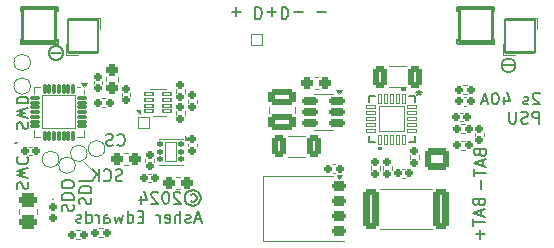
<source format=gbo>
G04 #@! TF.GenerationSoftware,KiCad,Pcbnew,8.0.7-8.0.7-0~ubuntu24.04.1*
G04 #@! TF.CreationDate,2024-12-30T22:48:23-07:00*
G04 #@! TF.ProjectId,2s 40A PSU and charger,32732034-3041-4205-9053-5520616e6420,V1*
G04 #@! TF.SameCoordinates,Original*
G04 #@! TF.FileFunction,Legend,Bot*
G04 #@! TF.FilePolarity,Positive*
%FSLAX46Y46*%
G04 Gerber Fmt 4.6, Leading zero omitted, Abs format (unit mm)*
G04 Created by KiCad (PCBNEW 8.0.7-8.0.7-0~ubuntu24.04.1) date 2024-12-30 22:48:23*
%MOMM*%
%LPD*%
G01*
G04 APERTURE LIST*
G04 Aperture macros list*
%AMRoundRect*
0 Rectangle with rounded corners*
0 $1 Rounding radius*
0 $2 $3 $4 $5 $6 $7 $8 $9 X,Y pos of 4 corners*
0 Add a 4 corners polygon primitive as box body*
4,1,4,$2,$3,$4,$5,$6,$7,$8,$9,$2,$3,0*
0 Add four circle primitives for the rounded corners*
1,1,$1+$1,$2,$3*
1,1,$1+$1,$4,$5*
1,1,$1+$1,$6,$7*
1,1,$1+$1,$8,$9*
0 Add four rect primitives between the rounded corners*
20,1,$1+$1,$2,$3,$4,$5,0*
20,1,$1+$1,$4,$5,$6,$7,0*
20,1,$1+$1,$6,$7,$8,$9,0*
20,1,$1+$1,$8,$9,$2,$3,0*%
%AMFreePoly0*
4,1,21,2.385355,3.535355,2.400000,3.500000,2.400000,2.000000,2.385355,1.964645,2.350000,1.950000,2.150000,1.950000,2.150000,-1.100000,2.135355,-1.135355,2.100000,-1.150000,-2.100000,-1.150000,-2.135355,-1.135355,-2.150000,-1.100000,-2.150000,1.950000,-2.350000,1.950000,-2.385355,1.964645,-2.400000,2.000000,-2.400000,3.500000,-2.385355,3.535355,-2.350000,3.550000,2.350000,3.550000,
2.385355,3.535355,2.385355,3.535355,$1*%
G04 Aperture macros list end*
%ADD10C,0.120000*%
%ADD11C,0.150000*%
%ADD12C,0.127000*%
%ADD13C,0.152400*%
%ADD14C,0.000000*%
%ADD15C,0.100000*%
%ADD16RoundRect,0.270409X-0.392091X-1.454591X0.392091X-1.454591X0.392091X1.454591X-0.392091X1.454591X0*%
%ADD17RoundRect,0.264706X0.760294X-0.635294X0.760294X0.635294X-0.760294X0.635294X-0.760294X-0.635294X0*%
%ADD18O,2.050000X1.800000*%
%ADD19RoundRect,0.050000X0.500000X-0.500000X0.500000X0.500000X-0.500000X0.500000X-0.500000X-0.500000X0*%
%ADD20O,1.100000X1.100000*%
%ADD21RoundRect,0.050000X-0.500000X-0.500000X0.500000X-0.500000X0.500000X0.500000X-0.500000X0.500000X0*%
%ADD22C,0.800000*%
%ADD23C,4.500000*%
%ADD24C,0.700000*%
%ADD25C,0.850020*%
%ADD26O,2.050020X0.800020*%
%ADD27RoundRect,0.165000X-0.195000X0.165000X-0.195000X-0.165000X0.195000X-0.165000X0.195000X0.165000X0*%
%ADD28RoundRect,0.160000X0.160000X0.210000X-0.160000X0.210000X-0.160000X-0.210000X0.160000X-0.210000X0*%
%ADD29RoundRect,0.118750X0.118750X0.131250X-0.118750X0.131250X-0.118750X-0.131250X0.118750X-0.131250X0*%
%ADD30RoundRect,0.050000X0.500000X0.800000X-0.500000X0.800000X-0.500000X-0.800000X0.500000X-0.800000X0*%
%ADD31RoundRect,0.160000X0.210000X-0.160000X0.210000X0.160000X-0.210000X0.160000X-0.210000X-0.160000X0*%
%ADD32RoundRect,0.165000X-0.165000X-0.195000X0.165000X-0.195000X0.165000X0.195000X-0.165000X0.195000X0*%
%ADD33RoundRect,0.271739X-0.353261X-0.678261X0.353261X-0.678261X0.353261X0.678261X-0.353261X0.678261X0*%
%ADD34RoundRect,0.250000X0.250000X0.275000X-0.250000X0.275000X-0.250000X-0.275000X0.250000X-0.275000X0*%
%ADD35C,1.100000*%
%ADD36RoundRect,0.250000X-0.250000X-0.275000X0.250000X-0.275000X0.250000X0.275000X-0.250000X0.275000X0*%
%ADD37RoundRect,0.066667X-0.318333X-0.133333X0.318333X-0.133333X0.318333X0.133333X-0.318333X0.133333X0*%
%ADD38RoundRect,0.165000X0.195000X-0.165000X0.195000X0.165000X-0.195000X0.165000X-0.195000X-0.165000X0*%
%ADD39RoundRect,0.270000X-0.880000X0.405000X-0.880000X-0.405000X0.880000X-0.405000X0.880000X0.405000X0*%
%ADD40RoundRect,0.160000X-0.210000X0.160000X-0.210000X-0.160000X0.210000X-0.160000X0.210000X0.160000X0*%
%ADD41RoundRect,0.165000X0.165000X0.195000X-0.165000X0.195000X-0.165000X-0.195000X0.165000X-0.195000X0*%
%ADD42RoundRect,0.160000X-0.160000X-0.210000X0.160000X-0.210000X0.160000X0.210000X-0.160000X0.210000X0*%
%ADD43RoundRect,0.100000X1.250000X1.400000X-1.250000X1.400000X-1.250000X-1.400000X1.250000X-1.400000X0*%
%ADD44RoundRect,0.200000X0.425000X-0.200000X0.425000X0.200000X-0.425000X0.200000X-0.425000X-0.200000X0*%
%ADD45FreePoly0,90.000000*%
%ADD46RoundRect,0.102000X-1.400000X-1.400000X1.400000X-1.400000X1.400000X1.400000X-1.400000X1.400000X0*%
%ADD47RoundRect,0.050000X0.406400X-0.127000X0.406400X0.127000X-0.406400X0.127000X-0.406400X-0.127000X0*%
%ADD48RoundRect,0.050000X0.127000X0.406400X-0.127000X0.406400X-0.127000X-0.406400X0.127000X-0.406400X0*%
%ADD49RoundRect,0.050000X1.079500X1.079500X-1.079500X1.079500X-1.079500X-1.079500X1.079500X-1.079500X0*%
%ADD50RoundRect,0.075000X0.362500X0.075000X-0.362500X0.075000X-0.362500X-0.075000X0.362500X-0.075000X0*%
%ADD51RoundRect,0.075000X0.075000X0.362500X-0.075000X0.362500X-0.075000X-0.362500X0.075000X-0.362500X0*%
%ADD52RoundRect,0.050000X1.400000X1.400000X-1.400000X1.400000X-1.400000X-1.400000X1.400000X-1.400000X0*%
%ADD53RoundRect,0.274390X0.475610X-0.288110X0.475610X0.288110X-0.475610X0.288110X-0.475610X-0.288110X0*%
%ADD54RoundRect,0.175000X0.537500X0.175000X-0.537500X0.175000X-0.537500X-0.175000X0.537500X-0.175000X0*%
%ADD55RoundRect,0.172500X-0.197500X0.172500X-0.197500X-0.172500X0.197500X-0.172500X0.197500X0.172500X0*%
%ADD56RoundRect,0.250000X-0.275000X0.250000X-0.275000X-0.250000X0.275000X-0.250000X0.275000X0.250000X0*%
G04 APERTURE END LIST*
D10*
X114500000Y-125700000D02*
X114000000Y-125200000D01*
D11*
X147446009Y-128670112D02*
X147493628Y-128812969D01*
X147493628Y-128812969D02*
X147541247Y-128860588D01*
X147541247Y-128860588D02*
X147636485Y-128908207D01*
X147636485Y-128908207D02*
X147779342Y-128908207D01*
X147779342Y-128908207D02*
X147874580Y-128860588D01*
X147874580Y-128860588D02*
X147922200Y-128812969D01*
X147922200Y-128812969D02*
X147969819Y-128717731D01*
X147969819Y-128717731D02*
X147969819Y-128336779D01*
X147969819Y-128336779D02*
X146969819Y-128336779D01*
X146969819Y-128336779D02*
X146969819Y-128670112D01*
X146969819Y-128670112D02*
X147017438Y-128765350D01*
X147017438Y-128765350D02*
X147065057Y-128812969D01*
X147065057Y-128812969D02*
X147160295Y-128860588D01*
X147160295Y-128860588D02*
X147255533Y-128860588D01*
X147255533Y-128860588D02*
X147350771Y-128812969D01*
X147350771Y-128812969D02*
X147398390Y-128765350D01*
X147398390Y-128765350D02*
X147446009Y-128670112D01*
X147446009Y-128670112D02*
X147446009Y-128336779D01*
X147684104Y-129289160D02*
X147684104Y-129765350D01*
X147969819Y-129193922D02*
X146969819Y-129527255D01*
X146969819Y-129527255D02*
X147969819Y-129860588D01*
X146969819Y-130051065D02*
X146969819Y-130622493D01*
X147969819Y-130336779D02*
X146969819Y-130336779D01*
X147588866Y-130955827D02*
X147588866Y-131717732D01*
X147969819Y-131336779D02*
X147207914Y-131336779D01*
X150115601Y-116465771D02*
X149829887Y-116465771D01*
X149829887Y-116465771D02*
X149544173Y-116608628D01*
X149544173Y-116608628D02*
X149401316Y-116894342D01*
X149401316Y-116894342D02*
X149401316Y-117180057D01*
X149401316Y-117180057D02*
X149544173Y-117465771D01*
X149544173Y-117465771D02*
X149829887Y-117608628D01*
X149829887Y-117608628D02*
X150115601Y-117608628D01*
X150115601Y-117608628D02*
X150401316Y-117465771D01*
X150401316Y-117465771D02*
X150544173Y-117180057D01*
X150544173Y-117180057D02*
X150544173Y-116894342D01*
X150544173Y-116894342D02*
X150401316Y-116608628D01*
X150401316Y-116608628D02*
X150115601Y-116465771D01*
X150401316Y-117037200D02*
X149544173Y-117037200D01*
X111815601Y-115415771D02*
X111529887Y-115415771D01*
X111529887Y-115415771D02*
X111244173Y-115558628D01*
X111244173Y-115558628D02*
X111101316Y-115844342D01*
X111101316Y-115844342D02*
X111101316Y-116130057D01*
X111101316Y-116130057D02*
X111244173Y-116415771D01*
X111244173Y-116415771D02*
X111529887Y-116558628D01*
X111529887Y-116558628D02*
X111815601Y-116558628D01*
X111815601Y-116558628D02*
X112101316Y-116415771D01*
X112101316Y-116415771D02*
X112244173Y-116130057D01*
X112244173Y-116130057D02*
X112244173Y-115844342D01*
X112244173Y-115844342D02*
X112101316Y-115558628D01*
X112101316Y-115558628D02*
X111815601Y-115415771D01*
X112101316Y-115987200D02*
X111244173Y-115987200D01*
X152610839Y-119455113D02*
X152563220Y-119407494D01*
X152563220Y-119407494D02*
X152467982Y-119359875D01*
X152467982Y-119359875D02*
X152229887Y-119359875D01*
X152229887Y-119359875D02*
X152134649Y-119407494D01*
X152134649Y-119407494D02*
X152087030Y-119455113D01*
X152087030Y-119455113D02*
X152039411Y-119550351D01*
X152039411Y-119550351D02*
X152039411Y-119645589D01*
X152039411Y-119645589D02*
X152087030Y-119788446D01*
X152087030Y-119788446D02*
X152658458Y-120359875D01*
X152658458Y-120359875D02*
X152039411Y-120359875D01*
X151658458Y-120312256D02*
X151563220Y-120359875D01*
X151563220Y-120359875D02*
X151372744Y-120359875D01*
X151372744Y-120359875D02*
X151277506Y-120312256D01*
X151277506Y-120312256D02*
X151229887Y-120217017D01*
X151229887Y-120217017D02*
X151229887Y-120169398D01*
X151229887Y-120169398D02*
X151277506Y-120074160D01*
X151277506Y-120074160D02*
X151372744Y-120026541D01*
X151372744Y-120026541D02*
X151515601Y-120026541D01*
X151515601Y-120026541D02*
X151610839Y-119978922D01*
X151610839Y-119978922D02*
X151658458Y-119883684D01*
X151658458Y-119883684D02*
X151658458Y-119836065D01*
X151658458Y-119836065D02*
X151610839Y-119740827D01*
X151610839Y-119740827D02*
X151515601Y-119693208D01*
X151515601Y-119693208D02*
X151372744Y-119693208D01*
X151372744Y-119693208D02*
X151277506Y-119740827D01*
X149610839Y-119693208D02*
X149610839Y-120359875D01*
X149848934Y-119312256D02*
X150087029Y-120026541D01*
X150087029Y-120026541D02*
X149467982Y-120026541D01*
X148896553Y-119359875D02*
X148801315Y-119359875D01*
X148801315Y-119359875D02*
X148706077Y-119407494D01*
X148706077Y-119407494D02*
X148658458Y-119455113D01*
X148658458Y-119455113D02*
X148610839Y-119550351D01*
X148610839Y-119550351D02*
X148563220Y-119740827D01*
X148563220Y-119740827D02*
X148563220Y-119978922D01*
X148563220Y-119978922D02*
X148610839Y-120169398D01*
X148610839Y-120169398D02*
X148658458Y-120264636D01*
X148658458Y-120264636D02*
X148706077Y-120312256D01*
X148706077Y-120312256D02*
X148801315Y-120359875D01*
X148801315Y-120359875D02*
X148896553Y-120359875D01*
X148896553Y-120359875D02*
X148991791Y-120312256D01*
X148991791Y-120312256D02*
X149039410Y-120264636D01*
X149039410Y-120264636D02*
X149087029Y-120169398D01*
X149087029Y-120169398D02*
X149134648Y-119978922D01*
X149134648Y-119978922D02*
X149134648Y-119740827D01*
X149134648Y-119740827D02*
X149087029Y-119550351D01*
X149087029Y-119550351D02*
X149039410Y-119455113D01*
X149039410Y-119455113D02*
X148991791Y-119407494D01*
X148991791Y-119407494D02*
X148896553Y-119359875D01*
X148182267Y-120074160D02*
X147706077Y-120074160D01*
X148277505Y-120359875D02*
X147944172Y-119359875D01*
X147944172Y-119359875D02*
X147610839Y-120359875D01*
X152563220Y-121969819D02*
X152563220Y-120969819D01*
X152563220Y-120969819D02*
X152182268Y-120969819D01*
X152182268Y-120969819D02*
X152087030Y-121017438D01*
X152087030Y-121017438D02*
X152039411Y-121065057D01*
X152039411Y-121065057D02*
X151991792Y-121160295D01*
X151991792Y-121160295D02*
X151991792Y-121303152D01*
X151991792Y-121303152D02*
X152039411Y-121398390D01*
X152039411Y-121398390D02*
X152087030Y-121446009D01*
X152087030Y-121446009D02*
X152182268Y-121493628D01*
X152182268Y-121493628D02*
X152563220Y-121493628D01*
X151610839Y-121922200D02*
X151467982Y-121969819D01*
X151467982Y-121969819D02*
X151229887Y-121969819D01*
X151229887Y-121969819D02*
X151134649Y-121922200D01*
X151134649Y-121922200D02*
X151087030Y-121874580D01*
X151087030Y-121874580D02*
X151039411Y-121779342D01*
X151039411Y-121779342D02*
X151039411Y-121684104D01*
X151039411Y-121684104D02*
X151087030Y-121588866D01*
X151087030Y-121588866D02*
X151134649Y-121541247D01*
X151134649Y-121541247D02*
X151229887Y-121493628D01*
X151229887Y-121493628D02*
X151420363Y-121446009D01*
X151420363Y-121446009D02*
X151515601Y-121398390D01*
X151515601Y-121398390D02*
X151563220Y-121350771D01*
X151563220Y-121350771D02*
X151610839Y-121255533D01*
X151610839Y-121255533D02*
X151610839Y-121160295D01*
X151610839Y-121160295D02*
X151563220Y-121065057D01*
X151563220Y-121065057D02*
X151515601Y-121017438D01*
X151515601Y-121017438D02*
X151420363Y-120969819D01*
X151420363Y-120969819D02*
X151182268Y-120969819D01*
X151182268Y-120969819D02*
X151039411Y-121017438D01*
X150610839Y-120969819D02*
X150610839Y-121779342D01*
X150610839Y-121779342D02*
X150563220Y-121874580D01*
X150563220Y-121874580D02*
X150515601Y-121922200D01*
X150515601Y-121922200D02*
X150420363Y-121969819D01*
X150420363Y-121969819D02*
X150229887Y-121969819D01*
X150229887Y-121969819D02*
X150134649Y-121922200D01*
X150134649Y-121922200D02*
X150087030Y-121874580D01*
X150087030Y-121874580D02*
X150039411Y-121779342D01*
X150039411Y-121779342D02*
X150039411Y-120969819D01*
X126536779Y-112511133D02*
X127298684Y-112511133D01*
X126917731Y-112130180D02*
X126917731Y-112892085D01*
X128536779Y-112130180D02*
X128536779Y-113130180D01*
X128536779Y-113130180D02*
X128774874Y-113130180D01*
X128774874Y-113130180D02*
X128917731Y-113082561D01*
X128917731Y-113082561D02*
X129012969Y-112987323D01*
X129012969Y-112987323D02*
X129060588Y-112892085D01*
X129060588Y-112892085D02*
X129108207Y-112701609D01*
X129108207Y-112701609D02*
X129108207Y-112558752D01*
X129108207Y-112558752D02*
X129060588Y-112368276D01*
X129060588Y-112368276D02*
X129012969Y-112273038D01*
X129012969Y-112273038D02*
X128917731Y-112177800D01*
X128917731Y-112177800D02*
X128774874Y-112130180D01*
X128774874Y-112130180D02*
X128536779Y-112130180D01*
X129536779Y-112511133D02*
X130298684Y-112511133D01*
X129917731Y-112130180D02*
X129917731Y-112892085D01*
X130774874Y-112130180D02*
X130774874Y-113130180D01*
X130774874Y-113130180D02*
X131012969Y-113130180D01*
X131012969Y-113130180D02*
X131155826Y-113082561D01*
X131155826Y-113082561D02*
X131251064Y-112987323D01*
X131251064Y-112987323D02*
X131298683Y-112892085D01*
X131298683Y-112892085D02*
X131346302Y-112701609D01*
X131346302Y-112701609D02*
X131346302Y-112558752D01*
X131346302Y-112558752D02*
X131298683Y-112368276D01*
X131298683Y-112368276D02*
X131251064Y-112273038D01*
X131251064Y-112273038D02*
X131155826Y-112177800D01*
X131155826Y-112177800D02*
X131012969Y-112130180D01*
X131012969Y-112130180D02*
X130774874Y-112130180D01*
X131774874Y-112511133D02*
X132536779Y-112511133D01*
X133774874Y-112511133D02*
X134536779Y-112511133D01*
X123053696Y-127997970D02*
X123148935Y-127950351D01*
X123148935Y-127950351D02*
X123339411Y-127950351D01*
X123339411Y-127950351D02*
X123434649Y-127997970D01*
X123434649Y-127997970D02*
X123529887Y-128093208D01*
X123529887Y-128093208D02*
X123577506Y-128188446D01*
X123577506Y-128188446D02*
X123577506Y-128378922D01*
X123577506Y-128378922D02*
X123529887Y-128474160D01*
X123529887Y-128474160D02*
X123434649Y-128569398D01*
X123434649Y-128569398D02*
X123339411Y-128617017D01*
X123339411Y-128617017D02*
X123148935Y-128617017D01*
X123148935Y-128617017D02*
X123053696Y-128569398D01*
X123244173Y-127617017D02*
X123482268Y-127664636D01*
X123482268Y-127664636D02*
X123720363Y-127807494D01*
X123720363Y-127807494D02*
X123863220Y-128045589D01*
X123863220Y-128045589D02*
X123910839Y-128283684D01*
X123910839Y-128283684D02*
X123863220Y-128521779D01*
X123863220Y-128521779D02*
X123720363Y-128759875D01*
X123720363Y-128759875D02*
X123482268Y-128902732D01*
X123482268Y-128902732D02*
X123244173Y-128950351D01*
X123244173Y-128950351D02*
X123006077Y-128902732D01*
X123006077Y-128902732D02*
X122767982Y-128759875D01*
X122767982Y-128759875D02*
X122625125Y-128521779D01*
X122625125Y-128521779D02*
X122577506Y-128283684D01*
X122577506Y-128283684D02*
X122625125Y-128045589D01*
X122625125Y-128045589D02*
X122767982Y-127807494D01*
X122767982Y-127807494D02*
X123006077Y-127664636D01*
X123006077Y-127664636D02*
X123244173Y-127617017D01*
X122196553Y-127855113D02*
X122148934Y-127807494D01*
X122148934Y-127807494D02*
X122053696Y-127759875D01*
X122053696Y-127759875D02*
X121815601Y-127759875D01*
X121815601Y-127759875D02*
X121720363Y-127807494D01*
X121720363Y-127807494D02*
X121672744Y-127855113D01*
X121672744Y-127855113D02*
X121625125Y-127950351D01*
X121625125Y-127950351D02*
X121625125Y-128045589D01*
X121625125Y-128045589D02*
X121672744Y-128188446D01*
X121672744Y-128188446D02*
X122244172Y-128759875D01*
X122244172Y-128759875D02*
X121625125Y-128759875D01*
X121006077Y-127759875D02*
X120910839Y-127759875D01*
X120910839Y-127759875D02*
X120815601Y-127807494D01*
X120815601Y-127807494D02*
X120767982Y-127855113D01*
X120767982Y-127855113D02*
X120720363Y-127950351D01*
X120720363Y-127950351D02*
X120672744Y-128140827D01*
X120672744Y-128140827D02*
X120672744Y-128378922D01*
X120672744Y-128378922D02*
X120720363Y-128569398D01*
X120720363Y-128569398D02*
X120767982Y-128664636D01*
X120767982Y-128664636D02*
X120815601Y-128712256D01*
X120815601Y-128712256D02*
X120910839Y-128759875D01*
X120910839Y-128759875D02*
X121006077Y-128759875D01*
X121006077Y-128759875D02*
X121101315Y-128712256D01*
X121101315Y-128712256D02*
X121148934Y-128664636D01*
X121148934Y-128664636D02*
X121196553Y-128569398D01*
X121196553Y-128569398D02*
X121244172Y-128378922D01*
X121244172Y-128378922D02*
X121244172Y-128140827D01*
X121244172Y-128140827D02*
X121196553Y-127950351D01*
X121196553Y-127950351D02*
X121148934Y-127855113D01*
X121148934Y-127855113D02*
X121101315Y-127807494D01*
X121101315Y-127807494D02*
X121006077Y-127759875D01*
X120291791Y-127855113D02*
X120244172Y-127807494D01*
X120244172Y-127807494D02*
X120148934Y-127759875D01*
X120148934Y-127759875D02*
X119910839Y-127759875D01*
X119910839Y-127759875D02*
X119815601Y-127807494D01*
X119815601Y-127807494D02*
X119767982Y-127855113D01*
X119767982Y-127855113D02*
X119720363Y-127950351D01*
X119720363Y-127950351D02*
X119720363Y-128045589D01*
X119720363Y-128045589D02*
X119767982Y-128188446D01*
X119767982Y-128188446D02*
X120339410Y-128759875D01*
X120339410Y-128759875D02*
X119720363Y-128759875D01*
X118863220Y-128093208D02*
X118863220Y-128759875D01*
X119101315Y-127712256D02*
X119339410Y-128426541D01*
X119339410Y-128426541D02*
X118720363Y-128426541D01*
X123910839Y-130084104D02*
X123434649Y-130084104D01*
X124006077Y-130369819D02*
X123672744Y-129369819D01*
X123672744Y-129369819D02*
X123339411Y-130369819D01*
X123053696Y-130322200D02*
X122958458Y-130369819D01*
X122958458Y-130369819D02*
X122767982Y-130369819D01*
X122767982Y-130369819D02*
X122672744Y-130322200D01*
X122672744Y-130322200D02*
X122625125Y-130226961D01*
X122625125Y-130226961D02*
X122625125Y-130179342D01*
X122625125Y-130179342D02*
X122672744Y-130084104D01*
X122672744Y-130084104D02*
X122767982Y-130036485D01*
X122767982Y-130036485D02*
X122910839Y-130036485D01*
X122910839Y-130036485D02*
X123006077Y-129988866D01*
X123006077Y-129988866D02*
X123053696Y-129893628D01*
X123053696Y-129893628D02*
X123053696Y-129846009D01*
X123053696Y-129846009D02*
X123006077Y-129750771D01*
X123006077Y-129750771D02*
X122910839Y-129703152D01*
X122910839Y-129703152D02*
X122767982Y-129703152D01*
X122767982Y-129703152D02*
X122672744Y-129750771D01*
X122196553Y-130369819D02*
X122196553Y-129369819D01*
X121767982Y-130369819D02*
X121767982Y-129846009D01*
X121767982Y-129846009D02*
X121815601Y-129750771D01*
X121815601Y-129750771D02*
X121910839Y-129703152D01*
X121910839Y-129703152D02*
X122053696Y-129703152D01*
X122053696Y-129703152D02*
X122148934Y-129750771D01*
X122148934Y-129750771D02*
X122196553Y-129798390D01*
X120910839Y-130322200D02*
X121006077Y-130369819D01*
X121006077Y-130369819D02*
X121196553Y-130369819D01*
X121196553Y-130369819D02*
X121291791Y-130322200D01*
X121291791Y-130322200D02*
X121339410Y-130226961D01*
X121339410Y-130226961D02*
X121339410Y-129846009D01*
X121339410Y-129846009D02*
X121291791Y-129750771D01*
X121291791Y-129750771D02*
X121196553Y-129703152D01*
X121196553Y-129703152D02*
X121006077Y-129703152D01*
X121006077Y-129703152D02*
X120910839Y-129750771D01*
X120910839Y-129750771D02*
X120863220Y-129846009D01*
X120863220Y-129846009D02*
X120863220Y-129941247D01*
X120863220Y-129941247D02*
X121339410Y-130036485D01*
X120434648Y-130369819D02*
X120434648Y-129703152D01*
X120434648Y-129893628D02*
X120387029Y-129798390D01*
X120387029Y-129798390D02*
X120339410Y-129750771D01*
X120339410Y-129750771D02*
X120244172Y-129703152D01*
X120244172Y-129703152D02*
X120148934Y-129703152D01*
X119053695Y-129846009D02*
X118720362Y-129846009D01*
X118577505Y-130369819D02*
X119053695Y-130369819D01*
X119053695Y-130369819D02*
X119053695Y-129369819D01*
X119053695Y-129369819D02*
X118577505Y-129369819D01*
X117720362Y-130369819D02*
X117720362Y-129369819D01*
X117720362Y-130322200D02*
X117815600Y-130369819D01*
X117815600Y-130369819D02*
X118006076Y-130369819D01*
X118006076Y-130369819D02*
X118101314Y-130322200D01*
X118101314Y-130322200D02*
X118148933Y-130274580D01*
X118148933Y-130274580D02*
X118196552Y-130179342D01*
X118196552Y-130179342D02*
X118196552Y-129893628D01*
X118196552Y-129893628D02*
X118148933Y-129798390D01*
X118148933Y-129798390D02*
X118101314Y-129750771D01*
X118101314Y-129750771D02*
X118006076Y-129703152D01*
X118006076Y-129703152D02*
X117815600Y-129703152D01*
X117815600Y-129703152D02*
X117720362Y-129750771D01*
X117339409Y-129703152D02*
X117148933Y-130369819D01*
X117148933Y-130369819D02*
X116958457Y-129893628D01*
X116958457Y-129893628D02*
X116767981Y-130369819D01*
X116767981Y-130369819D02*
X116577505Y-129703152D01*
X115767981Y-130369819D02*
X115767981Y-129846009D01*
X115767981Y-129846009D02*
X115815600Y-129750771D01*
X115815600Y-129750771D02*
X115910838Y-129703152D01*
X115910838Y-129703152D02*
X116101314Y-129703152D01*
X116101314Y-129703152D02*
X116196552Y-129750771D01*
X115767981Y-130322200D02*
X115863219Y-130369819D01*
X115863219Y-130369819D02*
X116101314Y-130369819D01*
X116101314Y-130369819D02*
X116196552Y-130322200D01*
X116196552Y-130322200D02*
X116244171Y-130226961D01*
X116244171Y-130226961D02*
X116244171Y-130131723D01*
X116244171Y-130131723D02*
X116196552Y-130036485D01*
X116196552Y-130036485D02*
X116101314Y-129988866D01*
X116101314Y-129988866D02*
X115863219Y-129988866D01*
X115863219Y-129988866D02*
X115767981Y-129941247D01*
X115291790Y-130369819D02*
X115291790Y-129703152D01*
X115291790Y-129893628D02*
X115244171Y-129798390D01*
X115244171Y-129798390D02*
X115196552Y-129750771D01*
X115196552Y-129750771D02*
X115101314Y-129703152D01*
X115101314Y-129703152D02*
X115006076Y-129703152D01*
X114244171Y-130369819D02*
X114244171Y-129369819D01*
X114244171Y-130322200D02*
X114339409Y-130369819D01*
X114339409Y-130369819D02*
X114529885Y-130369819D01*
X114529885Y-130369819D02*
X114625123Y-130322200D01*
X114625123Y-130322200D02*
X114672742Y-130274580D01*
X114672742Y-130274580D02*
X114720361Y-130179342D01*
X114720361Y-130179342D02*
X114720361Y-129893628D01*
X114720361Y-129893628D02*
X114672742Y-129798390D01*
X114672742Y-129798390D02*
X114625123Y-129750771D01*
X114625123Y-129750771D02*
X114529885Y-129703152D01*
X114529885Y-129703152D02*
X114339409Y-129703152D01*
X114339409Y-129703152D02*
X114244171Y-129750771D01*
X113815599Y-130322200D02*
X113720361Y-130369819D01*
X113720361Y-130369819D02*
X113529885Y-130369819D01*
X113529885Y-130369819D02*
X113434647Y-130322200D01*
X113434647Y-130322200D02*
X113387028Y-130226961D01*
X113387028Y-130226961D02*
X113387028Y-130179342D01*
X113387028Y-130179342D02*
X113434647Y-130084104D01*
X113434647Y-130084104D02*
X113529885Y-130036485D01*
X113529885Y-130036485D02*
X113672742Y-130036485D01*
X113672742Y-130036485D02*
X113767980Y-129988866D01*
X113767980Y-129988866D02*
X113815599Y-129893628D01*
X113815599Y-129893628D02*
X113815599Y-129846009D01*
X113815599Y-129846009D02*
X113767980Y-129750771D01*
X113767980Y-129750771D02*
X113672742Y-129703152D01*
X113672742Y-129703152D02*
X113529885Y-129703152D01*
X113529885Y-129703152D02*
X113434647Y-129750771D01*
X108377800Y-127510839D02*
X108330180Y-127367982D01*
X108330180Y-127367982D02*
X108330180Y-127129887D01*
X108330180Y-127129887D02*
X108377800Y-127034649D01*
X108377800Y-127034649D02*
X108425419Y-126987030D01*
X108425419Y-126987030D02*
X108520657Y-126939411D01*
X108520657Y-126939411D02*
X108615895Y-126939411D01*
X108615895Y-126939411D02*
X108711133Y-126987030D01*
X108711133Y-126987030D02*
X108758752Y-127034649D01*
X108758752Y-127034649D02*
X108806371Y-127129887D01*
X108806371Y-127129887D02*
X108853990Y-127320363D01*
X108853990Y-127320363D02*
X108901609Y-127415601D01*
X108901609Y-127415601D02*
X108949228Y-127463220D01*
X108949228Y-127463220D02*
X109044466Y-127510839D01*
X109044466Y-127510839D02*
X109139704Y-127510839D01*
X109139704Y-127510839D02*
X109234942Y-127463220D01*
X109234942Y-127463220D02*
X109282561Y-127415601D01*
X109282561Y-127415601D02*
X109330180Y-127320363D01*
X109330180Y-127320363D02*
X109330180Y-127082268D01*
X109330180Y-127082268D02*
X109282561Y-126939411D01*
X109330180Y-126606077D02*
X108330180Y-126367982D01*
X108330180Y-126367982D02*
X109044466Y-126177506D01*
X109044466Y-126177506D02*
X108330180Y-125987030D01*
X108330180Y-125987030D02*
X109330180Y-125748935D01*
X108425419Y-124796554D02*
X108377800Y-124844173D01*
X108377800Y-124844173D02*
X108330180Y-124987030D01*
X108330180Y-124987030D02*
X108330180Y-125082268D01*
X108330180Y-125082268D02*
X108377800Y-125225125D01*
X108377800Y-125225125D02*
X108473038Y-125320363D01*
X108473038Y-125320363D02*
X108568276Y-125367982D01*
X108568276Y-125367982D02*
X108758752Y-125415601D01*
X108758752Y-125415601D02*
X108901609Y-125415601D01*
X108901609Y-125415601D02*
X109092085Y-125367982D01*
X109092085Y-125367982D02*
X109187323Y-125320363D01*
X109187323Y-125320363D02*
X109282561Y-125225125D01*
X109282561Y-125225125D02*
X109330180Y-125082268D01*
X109330180Y-125082268D02*
X109330180Y-124987030D01*
X109330180Y-124987030D02*
X109282561Y-124844173D01*
X109282561Y-124844173D02*
X109234942Y-124796554D01*
X108377800Y-123558458D02*
X108330180Y-123558458D01*
X108330180Y-123558458D02*
X108234942Y-123606077D01*
X108234942Y-123606077D02*
X108187323Y-123653696D01*
X108377800Y-122415601D02*
X108330180Y-122272744D01*
X108330180Y-122272744D02*
X108330180Y-122034649D01*
X108330180Y-122034649D02*
X108377800Y-121939411D01*
X108377800Y-121939411D02*
X108425419Y-121891792D01*
X108425419Y-121891792D02*
X108520657Y-121844173D01*
X108520657Y-121844173D02*
X108615895Y-121844173D01*
X108615895Y-121844173D02*
X108711133Y-121891792D01*
X108711133Y-121891792D02*
X108758752Y-121939411D01*
X108758752Y-121939411D02*
X108806371Y-122034649D01*
X108806371Y-122034649D02*
X108853990Y-122225125D01*
X108853990Y-122225125D02*
X108901609Y-122320363D01*
X108901609Y-122320363D02*
X108949228Y-122367982D01*
X108949228Y-122367982D02*
X109044466Y-122415601D01*
X109044466Y-122415601D02*
X109139704Y-122415601D01*
X109139704Y-122415601D02*
X109234942Y-122367982D01*
X109234942Y-122367982D02*
X109282561Y-122320363D01*
X109282561Y-122320363D02*
X109330180Y-122225125D01*
X109330180Y-122225125D02*
X109330180Y-121987030D01*
X109330180Y-121987030D02*
X109282561Y-121844173D01*
X109330180Y-121510839D02*
X108330180Y-121272744D01*
X108330180Y-121272744D02*
X109044466Y-121082268D01*
X109044466Y-121082268D02*
X108330180Y-120891792D01*
X108330180Y-120891792D02*
X109330180Y-120653697D01*
X108330180Y-120272744D02*
X109330180Y-120272744D01*
X109330180Y-120272744D02*
X109330180Y-120034649D01*
X109330180Y-120034649D02*
X109282561Y-119891792D01*
X109282561Y-119891792D02*
X109187323Y-119796554D01*
X109187323Y-119796554D02*
X109092085Y-119748935D01*
X109092085Y-119748935D02*
X108901609Y-119701316D01*
X108901609Y-119701316D02*
X108758752Y-119701316D01*
X108758752Y-119701316D02*
X108568276Y-119748935D01*
X108568276Y-119748935D02*
X108473038Y-119796554D01*
X108473038Y-119796554D02*
X108377800Y-119891792D01*
X108377800Y-119891792D02*
X108330180Y-120034649D01*
X108330180Y-120034649D02*
X108330180Y-120272744D01*
X147546009Y-124470112D02*
X147593628Y-124612969D01*
X147593628Y-124612969D02*
X147641247Y-124660588D01*
X147641247Y-124660588D02*
X147736485Y-124708207D01*
X147736485Y-124708207D02*
X147879342Y-124708207D01*
X147879342Y-124708207D02*
X147974580Y-124660588D01*
X147974580Y-124660588D02*
X148022200Y-124612969D01*
X148022200Y-124612969D02*
X148069819Y-124517731D01*
X148069819Y-124517731D02*
X148069819Y-124136779D01*
X148069819Y-124136779D02*
X147069819Y-124136779D01*
X147069819Y-124136779D02*
X147069819Y-124470112D01*
X147069819Y-124470112D02*
X147117438Y-124565350D01*
X147117438Y-124565350D02*
X147165057Y-124612969D01*
X147165057Y-124612969D02*
X147260295Y-124660588D01*
X147260295Y-124660588D02*
X147355533Y-124660588D01*
X147355533Y-124660588D02*
X147450771Y-124612969D01*
X147450771Y-124612969D02*
X147498390Y-124565350D01*
X147498390Y-124565350D02*
X147546009Y-124470112D01*
X147546009Y-124470112D02*
X147546009Y-124136779D01*
X147784104Y-125089160D02*
X147784104Y-125565350D01*
X148069819Y-124993922D02*
X147069819Y-125327255D01*
X147069819Y-125327255D02*
X148069819Y-125660588D01*
X147069819Y-125851065D02*
X147069819Y-126422493D01*
X148069819Y-126136779D02*
X147069819Y-126136779D01*
X147688866Y-126755827D02*
X147688866Y-127517732D01*
X117285713Y-126807200D02*
X117142856Y-126854819D01*
X117142856Y-126854819D02*
X116904761Y-126854819D01*
X116904761Y-126854819D02*
X116809523Y-126807200D01*
X116809523Y-126807200D02*
X116761904Y-126759580D01*
X116761904Y-126759580D02*
X116714285Y-126664342D01*
X116714285Y-126664342D02*
X116714285Y-126569104D01*
X116714285Y-126569104D02*
X116761904Y-126473866D01*
X116761904Y-126473866D02*
X116809523Y-126426247D01*
X116809523Y-126426247D02*
X116904761Y-126378628D01*
X116904761Y-126378628D02*
X117095237Y-126331009D01*
X117095237Y-126331009D02*
X117190475Y-126283390D01*
X117190475Y-126283390D02*
X117238094Y-126235771D01*
X117238094Y-126235771D02*
X117285713Y-126140533D01*
X117285713Y-126140533D02*
X117285713Y-126045295D01*
X117285713Y-126045295D02*
X117238094Y-125950057D01*
X117238094Y-125950057D02*
X117190475Y-125902438D01*
X117190475Y-125902438D02*
X117095237Y-125854819D01*
X117095237Y-125854819D02*
X116857142Y-125854819D01*
X116857142Y-125854819D02*
X116714285Y-125902438D01*
X115714285Y-126759580D02*
X115761904Y-126807200D01*
X115761904Y-126807200D02*
X115904761Y-126854819D01*
X115904761Y-126854819D02*
X115999999Y-126854819D01*
X115999999Y-126854819D02*
X116142856Y-126807200D01*
X116142856Y-126807200D02*
X116238094Y-126711961D01*
X116238094Y-126711961D02*
X116285713Y-126616723D01*
X116285713Y-126616723D02*
X116333332Y-126426247D01*
X116333332Y-126426247D02*
X116333332Y-126283390D01*
X116333332Y-126283390D02*
X116285713Y-126092914D01*
X116285713Y-126092914D02*
X116238094Y-125997676D01*
X116238094Y-125997676D02*
X116142856Y-125902438D01*
X116142856Y-125902438D02*
X115999999Y-125854819D01*
X115999999Y-125854819D02*
X115904761Y-125854819D01*
X115904761Y-125854819D02*
X115761904Y-125902438D01*
X115761904Y-125902438D02*
X115714285Y-125950057D01*
X115285713Y-126854819D02*
X115285713Y-125854819D01*
X114714285Y-126854819D02*
X115142856Y-126283390D01*
X114714285Y-125854819D02*
X115285713Y-126426247D01*
X116866666Y-123759580D02*
X116914285Y-123807200D01*
X116914285Y-123807200D02*
X117057142Y-123854819D01*
X117057142Y-123854819D02*
X117152380Y-123854819D01*
X117152380Y-123854819D02*
X117295237Y-123807200D01*
X117295237Y-123807200D02*
X117390475Y-123711961D01*
X117390475Y-123711961D02*
X117438094Y-123616723D01*
X117438094Y-123616723D02*
X117485713Y-123426247D01*
X117485713Y-123426247D02*
X117485713Y-123283390D01*
X117485713Y-123283390D02*
X117438094Y-123092914D01*
X117438094Y-123092914D02*
X117390475Y-122997676D01*
X117390475Y-122997676D02*
X117295237Y-122902438D01*
X117295237Y-122902438D02*
X117152380Y-122854819D01*
X117152380Y-122854819D02*
X117057142Y-122854819D01*
X117057142Y-122854819D02*
X116914285Y-122902438D01*
X116914285Y-122902438D02*
X116866666Y-122950057D01*
X116485713Y-123807200D02*
X116342856Y-123854819D01*
X116342856Y-123854819D02*
X116104761Y-123854819D01*
X116104761Y-123854819D02*
X116009523Y-123807200D01*
X116009523Y-123807200D02*
X115961904Y-123759580D01*
X115961904Y-123759580D02*
X115914285Y-123664342D01*
X115914285Y-123664342D02*
X115914285Y-123569104D01*
X115914285Y-123569104D02*
X115961904Y-123473866D01*
X115961904Y-123473866D02*
X116009523Y-123426247D01*
X116009523Y-123426247D02*
X116104761Y-123378628D01*
X116104761Y-123378628D02*
X116295237Y-123331009D01*
X116295237Y-123331009D02*
X116390475Y-123283390D01*
X116390475Y-123283390D02*
X116438094Y-123235771D01*
X116438094Y-123235771D02*
X116485713Y-123140533D01*
X116485713Y-123140533D02*
X116485713Y-123045295D01*
X116485713Y-123045295D02*
X116438094Y-122950057D01*
X116438094Y-122950057D02*
X116390475Y-122902438D01*
X116390475Y-122902438D02*
X116295237Y-122854819D01*
X116295237Y-122854819D02*
X116057142Y-122854819D01*
X116057142Y-122854819D02*
X115914285Y-122902438D01*
X113692800Y-128823808D02*
X113645180Y-128680951D01*
X113645180Y-128680951D02*
X113645180Y-128442856D01*
X113645180Y-128442856D02*
X113692800Y-128347618D01*
X113692800Y-128347618D02*
X113740419Y-128299999D01*
X113740419Y-128299999D02*
X113835657Y-128252380D01*
X113835657Y-128252380D02*
X113930895Y-128252380D01*
X113930895Y-128252380D02*
X114026133Y-128299999D01*
X114026133Y-128299999D02*
X114073752Y-128347618D01*
X114073752Y-128347618D02*
X114121371Y-128442856D01*
X114121371Y-128442856D02*
X114168990Y-128633332D01*
X114168990Y-128633332D02*
X114216609Y-128728570D01*
X114216609Y-128728570D02*
X114264228Y-128776189D01*
X114264228Y-128776189D02*
X114359466Y-128823808D01*
X114359466Y-128823808D02*
X114454704Y-128823808D01*
X114454704Y-128823808D02*
X114549942Y-128776189D01*
X114549942Y-128776189D02*
X114597561Y-128728570D01*
X114597561Y-128728570D02*
X114645180Y-128633332D01*
X114645180Y-128633332D02*
X114645180Y-128395237D01*
X114645180Y-128395237D02*
X114597561Y-128252380D01*
X113645180Y-127823808D02*
X114645180Y-127823808D01*
X114645180Y-127823808D02*
X114645180Y-127585713D01*
X114645180Y-127585713D02*
X114597561Y-127442856D01*
X114597561Y-127442856D02*
X114502323Y-127347618D01*
X114502323Y-127347618D02*
X114407085Y-127299999D01*
X114407085Y-127299999D02*
X114216609Y-127252380D01*
X114216609Y-127252380D02*
X114073752Y-127252380D01*
X114073752Y-127252380D02*
X113883276Y-127299999D01*
X113883276Y-127299999D02*
X113788038Y-127347618D01*
X113788038Y-127347618D02*
X113692800Y-127442856D01*
X113692800Y-127442856D02*
X113645180Y-127585713D01*
X113645180Y-127585713D02*
X113645180Y-127823808D01*
X113645180Y-126823808D02*
X114645180Y-126823808D01*
X112192800Y-129409523D02*
X112145180Y-129266666D01*
X112145180Y-129266666D02*
X112145180Y-129028571D01*
X112145180Y-129028571D02*
X112192800Y-128933333D01*
X112192800Y-128933333D02*
X112240419Y-128885714D01*
X112240419Y-128885714D02*
X112335657Y-128838095D01*
X112335657Y-128838095D02*
X112430895Y-128838095D01*
X112430895Y-128838095D02*
X112526133Y-128885714D01*
X112526133Y-128885714D02*
X112573752Y-128933333D01*
X112573752Y-128933333D02*
X112621371Y-129028571D01*
X112621371Y-129028571D02*
X112668990Y-129219047D01*
X112668990Y-129219047D02*
X112716609Y-129314285D01*
X112716609Y-129314285D02*
X112764228Y-129361904D01*
X112764228Y-129361904D02*
X112859466Y-129409523D01*
X112859466Y-129409523D02*
X112954704Y-129409523D01*
X112954704Y-129409523D02*
X113049942Y-129361904D01*
X113049942Y-129361904D02*
X113097561Y-129314285D01*
X113097561Y-129314285D02*
X113145180Y-129219047D01*
X113145180Y-129219047D02*
X113145180Y-128980952D01*
X113145180Y-128980952D02*
X113097561Y-128838095D01*
X112145180Y-128409523D02*
X113145180Y-128409523D01*
X113145180Y-128409523D02*
X113145180Y-128171428D01*
X113145180Y-128171428D02*
X113097561Y-128028571D01*
X113097561Y-128028571D02*
X113002323Y-127933333D01*
X113002323Y-127933333D02*
X112907085Y-127885714D01*
X112907085Y-127885714D02*
X112716609Y-127838095D01*
X112716609Y-127838095D02*
X112573752Y-127838095D01*
X112573752Y-127838095D02*
X112383276Y-127885714D01*
X112383276Y-127885714D02*
X112288038Y-127933333D01*
X112288038Y-127933333D02*
X112192800Y-128028571D01*
X112192800Y-128028571D02*
X112145180Y-128171428D01*
X112145180Y-128171428D02*
X112145180Y-128409523D01*
X113145180Y-127219047D02*
X113145180Y-127028571D01*
X113145180Y-127028571D02*
X113097561Y-126933333D01*
X113097561Y-126933333D02*
X113002323Y-126838095D01*
X113002323Y-126838095D02*
X112811847Y-126790476D01*
X112811847Y-126790476D02*
X112478514Y-126790476D01*
X112478514Y-126790476D02*
X112288038Y-126838095D01*
X112288038Y-126838095D02*
X112192800Y-126933333D01*
X112192800Y-126933333D02*
X112145180Y-127028571D01*
X112145180Y-127028571D02*
X112145180Y-127219047D01*
X112145180Y-127219047D02*
X112192800Y-127314285D01*
X112192800Y-127314285D02*
X112288038Y-127409523D01*
X112288038Y-127409523D02*
X112478514Y-127457142D01*
X112478514Y-127457142D02*
X112811847Y-127457142D01*
X112811847Y-127457142D02*
X113002323Y-127409523D01*
X113002323Y-127409523D02*
X113097561Y-127314285D01*
X113097561Y-127314285D02*
X113145180Y-127219047D01*
X142399999Y-119154819D02*
X142399999Y-119392914D01*
X142638094Y-119297676D02*
X142399999Y-119392914D01*
X142399999Y-119392914D02*
X142161904Y-119297676D01*
X142542856Y-119583390D02*
X142399999Y-119392914D01*
X142399999Y-119392914D02*
X142257142Y-119583390D01*
D10*
G04 #@! TO.C,R14*
X143477064Y-130910000D02*
X139122936Y-130910000D01*
X143477064Y-127490000D02*
X139122936Y-127490000D01*
G04 #@! TO.C,C32*
X119240000Y-125207836D02*
X119240000Y-124992164D01*
X119960000Y-125207836D02*
X119960000Y-124992164D01*
G04 #@! TO.C,R30*
X113346359Y-131020000D02*
X113653641Y-131020000D01*
X113346359Y-131780000D02*
X113653641Y-131780000D01*
G04 #@! TO.C,U7*
X120387500Y-123240000D02*
X122387500Y-123240000D01*
X120387500Y-125460000D02*
X122387500Y-125460000D01*
X122907500Y-123340000D02*
X122627500Y-123340000D01*
X122627500Y-123060000D01*
X122907500Y-123340000D01*
G36*
X122907500Y-123340000D02*
G01*
X122627500Y-123340000D01*
X122627500Y-123060000D01*
X122907500Y-123340000D01*
G37*
G04 #@! TO.C,R26*
X121820000Y-119046359D02*
X121820000Y-119353641D01*
X122580000Y-119046359D02*
X122580000Y-119353641D01*
G04 #@! TO.C,C15*
X119707836Y-126240000D02*
X119492164Y-126240000D01*
X119707836Y-126960000D02*
X119492164Y-126960000D01*
G04 #@! TO.C,C28*
X141311252Y-117090000D02*
X139888748Y-117090000D01*
X141311252Y-118910000D02*
X139888748Y-118910000D01*
G04 #@! TO.C,R31*
X115346359Y-130820000D02*
X115653641Y-130820000D01*
X115346359Y-131580000D02*
X115653641Y-131580000D01*
G04 #@! TO.C,C31*
X117459420Y-124490000D02*
X117740580Y-124490000D01*
X117459420Y-125510000D02*
X117740580Y-125510000D01*
G04 #@! TO.C,C40*
X133559420Y-117990000D02*
X133840580Y-117990000D01*
X133559420Y-119010000D02*
X133840580Y-119010000D01*
G04 #@! TO.C,TP4*
X109500000Y-116800000D02*
G75*
G02*
X108100000Y-116800000I-700000J0D01*
G01*
X108100000Y-116800000D02*
G75*
G02*
X109500000Y-116800000I700000J0D01*
G01*
G04 #@! TO.C,TP3*
X114300000Y-124500000D02*
G75*
G02*
X112900000Y-124500000I-700000J0D01*
G01*
X112900000Y-124500000D02*
G75*
G02*
X114300000Y-124500000I700000J0D01*
G01*
G04 #@! TO.C,C24*
X122140580Y-126490000D02*
X121859420Y-126490000D01*
X122140580Y-127510000D02*
X121859420Y-127510000D01*
G04 #@! TO.C,R16*
X145946359Y-122020000D02*
X146253641Y-122020000D01*
X145946359Y-122780000D02*
X146253641Y-122780000D01*
G04 #@! TO.C,U5*
X119650000Y-119040000D02*
X120950000Y-119040000D01*
X119900000Y-121360000D02*
X120950000Y-121360000D01*
X118750000Y-121130000D02*
X118470000Y-120850000D01*
X118750000Y-120850000D01*
X118750000Y-121130000D01*
G36*
X118750000Y-121130000D02*
G01*
X118470000Y-120850000D01*
X118750000Y-120850000D01*
X118750000Y-121130000D01*
G37*
G04 #@! TO.C,C13*
X147140000Y-122792164D02*
X147140000Y-123007836D01*
X147860000Y-122792164D02*
X147860000Y-123007836D01*
G04 #@! TO.C,R17*
X146146359Y-118720000D02*
X146453641Y-118720000D01*
X146146359Y-119480000D02*
X146453641Y-119480000D01*
G04 #@! TO.C,TP2*
X115800000Y-124100000D02*
G75*
G02*
X114400000Y-124100000I-700000J0D01*
G01*
X114400000Y-124100000D02*
G75*
G02*
X115800000Y-124100000I700000J0D01*
G01*
G04 #@! TO.C,L3*
X129690000Y-121061252D02*
X129690000Y-120538748D01*
X131910000Y-121061252D02*
X131910000Y-120538748D01*
G04 #@! TO.C,R6*
X138320000Y-125903641D02*
X138320000Y-125596359D01*
X139080000Y-125903641D02*
X139080000Y-125596359D01*
G04 #@! TO.C,TP5*
X113300000Y-125500000D02*
G75*
G02*
X111900000Y-125500000I-700000J0D01*
G01*
X111900000Y-125500000D02*
G75*
G02*
X113300000Y-125500000I700000J0D01*
G01*
G04 #@! TO.C,TP6*
X111900000Y-125000000D02*
G75*
G02*
X110500000Y-125000000I-700000J0D01*
G01*
X110500000Y-125000000D02*
G75*
G02*
X111900000Y-125000000I700000J0D01*
G01*
G04 #@! TO.C,R5*
X139320000Y-125903641D02*
X139320000Y-125596359D01*
X140080000Y-125903641D02*
X140080000Y-125596359D01*
G04 #@! TO.C,R27*
X122820000Y-120253641D02*
X122820000Y-119946359D01*
X123580000Y-120253641D02*
X123580000Y-119946359D01*
G04 #@! TO.C,C30*
X109392164Y-123940000D02*
X109607836Y-123940000D01*
X109392164Y-124660000D02*
X109607836Y-124660000D01*
G04 #@! TO.C,R33*
X115853641Y-119820000D02*
X115546359Y-119820000D01*
X115853641Y-120580000D02*
X115546359Y-120580000D01*
G04 #@! TO.C,R4*
X141620000Y-124953641D02*
X141620000Y-124646359D01*
X142380000Y-124953641D02*
X142380000Y-124646359D01*
G04 #@! TO.C,J8*
X149500000Y-115200000D02*
X149500000Y-116200000D01*
X149500000Y-116200000D02*
X150500000Y-116200000D01*
X152400000Y-113000000D02*
X151400000Y-113000000D01*
X152400000Y-114000000D02*
X152400000Y-113000000D01*
G04 #@! TO.C,C25*
X114840000Y-118607836D02*
X114840000Y-118392164D01*
X115560000Y-118607836D02*
X115560000Y-118392164D01*
G04 #@! TO.C,C19*
X146192164Y-119740000D02*
X146407836Y-119740000D01*
X146192164Y-120460000D02*
X146407836Y-120460000D01*
G04 #@! TO.C,Q6*
X129225000Y-126450000D02*
X129225000Y-131950000D01*
X129225000Y-131950000D02*
X136025000Y-131950000D01*
X135155000Y-126450000D02*
X129225000Y-126450000D01*
X135665000Y-126680000D02*
X135425000Y-126350000D01*
X135905000Y-126350000D01*
X135665000Y-126680000D01*
G36*
X135665000Y-126680000D02*
G01*
X135425000Y-126350000D01*
X135905000Y-126350000D01*
X135665000Y-126680000D01*
G37*
G04 #@! TO.C,C33*
X122840000Y-123907836D02*
X122840000Y-123692164D01*
X123560000Y-123907836D02*
X123560000Y-123692164D01*
G04 #@! TO.C,C18*
X145872164Y-121040000D02*
X146087836Y-121040000D01*
X145872164Y-121760000D02*
X146087836Y-121760000D01*
D12*
G04 #@! TO.C,J7*
X108700000Y-112100000D02*
X111800000Y-112100000D01*
X108700000Y-112450000D02*
X108700000Y-112100000D01*
X108700000Y-115200000D02*
X108700000Y-114850000D01*
X111800000Y-112100000D02*
X111800000Y-112450000D01*
X111800000Y-114850000D02*
X111800000Y-115200000D01*
X111800000Y-115200000D02*
X108700000Y-115200000D01*
D13*
G04 #@! TO.C,U1*
X138144200Y-119644200D02*
X138144200Y-120140008D01*
X138144200Y-123059992D02*
X138144200Y-123555800D01*
X138144200Y-123555800D02*
X138640008Y-123555800D01*
X138640008Y-119644200D02*
X138144200Y-119644200D01*
X141559992Y-123555800D02*
X142055800Y-123555800D01*
X142055800Y-119644200D02*
X141559992Y-119644200D01*
X142055800Y-120140008D02*
X142055800Y-119644200D01*
X142055800Y-123555800D02*
X142055800Y-123059992D01*
D14*
G36*
X139290248Y-124241600D02*
G01*
X138909248Y-124241600D01*
X138909248Y-123987600D01*
X139290248Y-123987600D01*
X139290248Y-124241600D01*
G37*
G36*
X141290752Y-119212400D02*
G01*
X140909752Y-119212400D01*
X140909752Y-118958400D01*
X141290752Y-118958400D01*
X141290752Y-119212400D01*
G37*
D10*
G04 #@! TO.C,C4*
X135092164Y-125440000D02*
X135307836Y-125440000D01*
X135092164Y-126160000D02*
X135307836Y-126160000D01*
G04 #@! TO.C,C27*
X132711252Y-122990000D02*
X131288748Y-122990000D01*
X132711252Y-124810000D02*
X131288748Y-124810000D01*
G04 #@! TO.C,U6*
X109790000Y-118890000D02*
X110340000Y-118890000D01*
X109790000Y-119440000D02*
X109790000Y-118890000D01*
X109790000Y-122560000D02*
X109790000Y-123110000D01*
X109790000Y-123110000D02*
X110340000Y-123110000D01*
X113710000Y-118890000D02*
X113460000Y-118890000D01*
X114010000Y-119130000D02*
X114010000Y-119440000D01*
X114010000Y-122560000D02*
X114010000Y-123110000D01*
X114010000Y-123110000D02*
X113460000Y-123110000D01*
X114010000Y-118890000D02*
X113770000Y-118560000D01*
X114250000Y-118560000D01*
X114010000Y-118890000D01*
G36*
X114010000Y-118890000D02*
G01*
X113770000Y-118560000D01*
X114250000Y-118560000D01*
X114010000Y-118890000D01*
G37*
G04 #@! TO.C,R9*
X108565000Y-129172936D02*
X108565000Y-129627064D01*
X110035000Y-129172936D02*
X110035000Y-129627064D01*
G04 #@! TO.C,TP1*
X109500000Y-118800000D02*
G75*
G02*
X108100000Y-118800000I-700000J0D01*
G01*
X108100000Y-118800000D02*
G75*
G02*
X109500000Y-118800000I700000J0D01*
G01*
G04 #@! TO.C,R15*
X145946359Y-123420000D02*
X146253641Y-123420000D01*
X145946359Y-124180000D02*
X146253641Y-124180000D01*
G04 #@! TO.C,R28*
X121820000Y-120946359D02*
X121820000Y-121253641D01*
X122580000Y-120946359D02*
X122580000Y-121253641D01*
G04 #@! TO.C,U2*
X133500000Y-119440000D02*
X134300000Y-119440000D01*
X133500000Y-122560000D02*
X134300000Y-122560000D01*
X135100000Y-119440000D02*
X134300000Y-119440000D01*
X135100000Y-122560000D02*
X134300000Y-122560000D01*
X135600000Y-119490000D02*
X135360000Y-119160000D01*
X135840000Y-119160000D01*
X135600000Y-119490000D01*
G36*
X135600000Y-119490000D02*
G01*
X135360000Y-119160000D01*
X135840000Y-119160000D01*
X135600000Y-119490000D01*
G37*
D15*
G04 #@! TO.C,D2*
X111450000Y-128410000D02*
G75*
G02*
X111350000Y-128410000I-50000J0D01*
G01*
X111350000Y-128410000D02*
G75*
G02*
X111450000Y-128410000I50000J0D01*
G01*
D10*
G04 #@! TO.C,J9*
X112500000Y-115200000D02*
X112500000Y-116200000D01*
X112500000Y-116200000D02*
X113500000Y-116200000D01*
X115400000Y-113000000D02*
X114400000Y-113000000D01*
X115400000Y-114000000D02*
X115400000Y-113000000D01*
G04 #@! TO.C,C26*
X115890000Y-118340580D02*
X115890000Y-118059420D01*
X116910000Y-118340580D02*
X116910000Y-118059420D01*
G04 #@! TO.C,C29*
X117240000Y-119392164D02*
X117240000Y-119607836D01*
X117960000Y-119392164D02*
X117960000Y-119607836D01*
D12*
G04 #@! TO.C,J6*
X145650001Y-112100000D02*
X148750001Y-112100000D01*
X145650001Y-112450000D02*
X145650001Y-112100000D01*
X145650001Y-115200000D02*
X145650001Y-114850000D01*
X148750001Y-112100000D02*
X148750001Y-112450000D01*
X148750001Y-114850000D02*
X148750001Y-115200000D01*
X148750001Y-115200000D02*
X145650001Y-115200000D01*
D10*
G04 #@! TO.C,C3*
X140992164Y-125840000D02*
X141207836Y-125840000D01*
X140992164Y-126560000D02*
X141207836Y-126560000D01*
G04 #@! TD*
%LPC*%
D16*
G04 #@! TO.C,R14*
X138337500Y-129200000D03*
X144262500Y-129200000D03*
G04 #@! TD*
D17*
G04 #@! TO.C,J2*
X143900000Y-125000000D03*
D18*
X143900000Y-122500000D03*
X143900000Y-120000000D03*
G04 #@! TD*
D19*
G04 #@! TO.C,J11*
X128690000Y-114900000D03*
D20*
X129960000Y-114900000D03*
X131230000Y-114900000D03*
X132500000Y-114900000D03*
G04 #@! TD*
D21*
G04 #@! TO.C,J12*
X119100000Y-121900000D03*
D20*
X119100000Y-123170000D03*
G04 #@! TD*
D22*
G04 #@! TO.C,H1*
X149050000Y-129600000D03*
X149533274Y-128433274D03*
X149533274Y-130766726D03*
X150700000Y-127950000D03*
D23*
X150700000Y-129600000D03*
D22*
X150700000Y-131250000D03*
X151866726Y-128433274D03*
X151866726Y-130766726D03*
X152350000Y-129600000D03*
G04 #@! TD*
D24*
G04 #@! TO.C,U3*
X116400000Y-127550000D03*
X117450000Y-128600000D03*
X116400000Y-128600000D03*
X115350000Y-128600000D03*
X116400000Y-129650000D03*
G04 #@! TD*
D25*
G04 #@! TO.C,J10*
X113590000Y-117105000D03*
D26*
X110610000Y-117105000D03*
D25*
X113590000Y-126295000D03*
D26*
X110610000Y-126295000D03*
G04 #@! TD*
D27*
G04 #@! TO.C,C32*
X119600000Y-124620000D03*
X119600000Y-125580000D03*
G04 #@! TD*
D28*
G04 #@! TO.C,R30*
X114010000Y-131400000D03*
X112990000Y-131400000D03*
G04 #@! TD*
D29*
G04 #@! TO.C,U7*
X122275000Y-123700000D03*
X122275000Y-124350000D03*
X122275000Y-125000000D03*
X120500000Y-125000000D03*
X120500000Y-124350000D03*
X120500000Y-123700000D03*
D30*
X121387500Y-124350000D03*
G04 #@! TD*
D31*
G04 #@! TO.C,R26*
X122200000Y-119710000D03*
X122200000Y-118690000D03*
G04 #@! TD*
D32*
G04 #@! TO.C,C15*
X119120000Y-126600000D03*
X120080000Y-126600000D03*
G04 #@! TD*
D33*
G04 #@! TO.C,C28*
X139124999Y-118000000D03*
X142075001Y-118000000D03*
G04 #@! TD*
D28*
G04 #@! TO.C,R31*
X116010000Y-131200000D03*
X114990000Y-131200000D03*
G04 #@! TD*
D34*
G04 #@! TO.C,C31*
X118375000Y-125000000D03*
X116825000Y-125000000D03*
G04 #@! TD*
G04 #@! TO.C,C40*
X134475000Y-118500000D03*
X132925000Y-118500000D03*
G04 #@! TD*
D35*
G04 #@! TO.C,TP4*
X108800000Y-116800000D03*
G04 #@! TD*
G04 #@! TO.C,TP3*
X113600000Y-124500000D03*
G04 #@! TD*
D36*
G04 #@! TO.C,C24*
X121225000Y-127000000D03*
X122775000Y-127000000D03*
G04 #@! TD*
D28*
G04 #@! TO.C,R16*
X146610000Y-122400000D03*
X145590000Y-122400000D03*
G04 #@! TD*
D37*
G04 #@! TO.C,U5*
X119560000Y-120950000D03*
X119560000Y-120450000D03*
X119560000Y-119950000D03*
X119560000Y-119450000D03*
X121040000Y-119450000D03*
X121040000Y-119950000D03*
X121040000Y-120450000D03*
X121040000Y-120950000D03*
G04 #@! TD*
D38*
G04 #@! TO.C,C13*
X147500000Y-123380000D03*
X147500000Y-122420000D03*
G04 #@! TD*
D28*
G04 #@! TO.C,R17*
X146810000Y-119100000D03*
X145790000Y-119100000D03*
G04 #@! TD*
D35*
G04 #@! TO.C,TP2*
X115100000Y-124100000D03*
G04 #@! TD*
D39*
G04 #@! TO.C,L3*
X130800000Y-119725000D03*
X130800000Y-121875000D03*
G04 #@! TD*
D40*
G04 #@! TO.C,R6*
X138700000Y-125240000D03*
X138700000Y-126260000D03*
G04 #@! TD*
D35*
G04 #@! TO.C,TP5*
X112600000Y-125500000D03*
G04 #@! TD*
G04 #@! TO.C,TP6*
X111200000Y-125000000D03*
G04 #@! TD*
D40*
G04 #@! TO.C,R5*
X139700000Y-125240000D03*
X139700000Y-126260000D03*
G04 #@! TD*
G04 #@! TO.C,R27*
X123200000Y-119590000D03*
X123200000Y-120610000D03*
G04 #@! TD*
D41*
G04 #@! TO.C,C30*
X109980000Y-124300000D03*
X109020000Y-124300000D03*
G04 #@! TD*
D42*
G04 #@! TO.C,R33*
X115190000Y-120200000D03*
X116210000Y-120200000D03*
G04 #@! TD*
D40*
G04 #@! TO.C,R4*
X142000000Y-124290000D03*
X142000000Y-125310000D03*
G04 #@! TD*
D43*
G04 #@! TO.C,J8*
X150950000Y-114600000D03*
G04 #@! TD*
D27*
G04 #@! TO.C,C25*
X115200000Y-118020000D03*
X115200000Y-118980000D03*
G04 #@! TD*
D41*
G04 #@! TO.C,C19*
X146780000Y-120100000D03*
X145820000Y-120100000D03*
G04 #@! TD*
D44*
G04 #@! TO.C,Q6*
X135650000Y-127295000D03*
X135650000Y-128565000D03*
X135650000Y-129835000D03*
X135650000Y-131105000D03*
D45*
X132925000Y-129200000D03*
G04 #@! TD*
D27*
G04 #@! TO.C,C33*
X123200000Y-123320000D03*
X123200000Y-124280000D03*
G04 #@! TD*
D41*
G04 #@! TO.C,C18*
X146460000Y-121400000D03*
X145500000Y-121400000D03*
G04 #@! TD*
D46*
G04 #@! TO.C,J7*
X110250000Y-113650000D03*
G04 #@! TD*
D47*
G04 #@! TO.C,U1*
X141827200Y-120599748D03*
X141827200Y-121099874D03*
X141827200Y-121600000D03*
X141827200Y-122100126D03*
X141827200Y-122600252D03*
D48*
X141100252Y-123327200D03*
X140600126Y-123327200D03*
X140100000Y-123327200D03*
X139599874Y-123327200D03*
X139099748Y-123327200D03*
D47*
X138372800Y-122600252D03*
X138372800Y-122100126D03*
X138372800Y-121600000D03*
X138372800Y-121099874D03*
X138372800Y-120599748D03*
D48*
X139099748Y-119872800D03*
X139599874Y-119872800D03*
X140100000Y-119872800D03*
X140600126Y-119872800D03*
X141100252Y-119872800D03*
D49*
X140100000Y-121600000D03*
G04 #@! TD*
D41*
G04 #@! TO.C,C4*
X135680000Y-125800000D03*
X134720000Y-125800000D03*
G04 #@! TD*
D33*
G04 #@! TO.C,C27*
X130525000Y-123900000D03*
X133475000Y-123900000D03*
G04 #@! TD*
D50*
G04 #@! TO.C,U6*
X113887500Y-119800000D03*
X113887500Y-120200000D03*
X113887500Y-120600000D03*
X113887500Y-121000000D03*
X113887500Y-121400000D03*
X113887500Y-121800000D03*
X113887500Y-122200000D03*
D51*
X113100000Y-122987500D03*
X112700000Y-122987500D03*
X112300000Y-122987500D03*
X111900000Y-122987500D03*
X111500000Y-122987500D03*
X111100000Y-122987500D03*
X110700000Y-122987500D03*
D50*
X109912500Y-122200000D03*
X109912500Y-121800000D03*
X109912500Y-121400000D03*
X109912500Y-121000000D03*
X109912500Y-120600000D03*
X109912500Y-120200000D03*
X109912500Y-119800000D03*
D51*
X110700000Y-119012500D03*
X111100000Y-119012500D03*
X111500000Y-119012500D03*
X111900000Y-119012500D03*
X112300000Y-119012500D03*
X112700000Y-119012500D03*
X113100000Y-119012500D03*
D52*
X111900000Y-121000000D03*
G04 #@! TD*
D53*
G04 #@! TO.C,R9*
X109300000Y-130312500D03*
X109300000Y-128487500D03*
G04 #@! TD*
D35*
G04 #@! TO.C,TP1*
X108800000Y-118800000D03*
G04 #@! TD*
D28*
G04 #@! TO.C,R15*
X146610000Y-123800000D03*
X145590000Y-123800000D03*
G04 #@! TD*
D31*
G04 #@! TO.C,R28*
X122200000Y-121610000D03*
X122200000Y-120590000D03*
G04 #@! TD*
D54*
G04 #@! TO.C,U2*
X135437500Y-120050000D03*
X135437500Y-121000000D03*
X135437500Y-121950000D03*
X133162500Y-121950000D03*
X133162500Y-121000000D03*
X133162500Y-120050000D03*
G04 #@! TD*
D55*
G04 #@! TO.C,D2*
X111400000Y-129015000D03*
X111400000Y-129985000D03*
G04 #@! TD*
D43*
G04 #@! TO.C,J9*
X113950000Y-114600000D03*
G04 #@! TD*
D56*
G04 #@! TO.C,C26*
X116400000Y-117425000D03*
X116400000Y-118975000D03*
G04 #@! TD*
D38*
G04 #@! TO.C,C29*
X117600000Y-119980000D03*
X117600000Y-119020000D03*
G04 #@! TD*
D46*
G04 #@! TO.C,J6*
X147200001Y-113650000D03*
G04 #@! TD*
D41*
G04 #@! TO.C,C3*
X141580000Y-126200000D03*
X140620000Y-126200000D03*
G04 #@! TD*
D22*
G04 #@! TO.C,H2*
X149533274Y-123833274D03*
X150700000Y-123350000D03*
X149050000Y-125000000D03*
X151866726Y-123833274D03*
D23*
X150700000Y-125000000D03*
D22*
X149533274Y-126166726D03*
X152350000Y-125000000D03*
X150700000Y-126650000D03*
X151866726Y-126166726D03*
G04 #@! TD*
G36*
X127509641Y-113201527D02*
G01*
X127604206Y-113216504D01*
X127641104Y-113228492D01*
X127717616Y-113267477D01*
X127749002Y-113290281D01*
X127809718Y-113350997D01*
X127832522Y-113382383D01*
X127871507Y-113458895D01*
X127883495Y-113495792D01*
X127898473Y-113590357D01*
X127900000Y-113609755D01*
X127900000Y-115200005D01*
X127919575Y-115323604D01*
X127976394Y-115435114D01*
X127976397Y-115435119D01*
X128064880Y-115523602D01*
X128064885Y-115523605D01*
X128176396Y-115580424D01*
X128176395Y-115580424D01*
X128299995Y-115600000D01*
X132800005Y-115600000D01*
X132923604Y-115580424D01*
X133035114Y-115523605D01*
X133035119Y-115523602D01*
X133123602Y-115435119D01*
X133123605Y-115435114D01*
X133180424Y-115323604D01*
X133200000Y-115200005D01*
X133200000Y-113609755D01*
X133201527Y-113590358D01*
X133216504Y-113495793D01*
X133228492Y-113458895D01*
X133267477Y-113382383D01*
X133290281Y-113350997D01*
X133350997Y-113290281D01*
X133382383Y-113267477D01*
X133458895Y-113228492D01*
X133495793Y-113216503D01*
X133590359Y-113201526D01*
X133609756Y-113200000D01*
X145090244Y-113200000D01*
X145109641Y-113201527D01*
X145204206Y-113216504D01*
X145241104Y-113228492D01*
X145317616Y-113267477D01*
X145349002Y-113290281D01*
X145409718Y-113350997D01*
X145432522Y-113382383D01*
X145471507Y-113458895D01*
X145483495Y-113495792D01*
X145498473Y-113590357D01*
X145500000Y-113609755D01*
X145500000Y-115000005D01*
X145519575Y-115123604D01*
X145576394Y-115235114D01*
X145576397Y-115235119D01*
X145664880Y-115323602D01*
X145664885Y-115323605D01*
X145776396Y-115380424D01*
X145776395Y-115380424D01*
X145899995Y-115400000D01*
X148890244Y-115400000D01*
X148909641Y-115401527D01*
X149004206Y-115416504D01*
X149041104Y-115428492D01*
X149117616Y-115467477D01*
X149149002Y-115490281D01*
X149209718Y-115550997D01*
X149232522Y-115582383D01*
X149271507Y-115658895D01*
X149283495Y-115695792D01*
X149298473Y-115790357D01*
X149300000Y-115809755D01*
X149300000Y-115890244D01*
X149298473Y-115909642D01*
X149283495Y-116004207D01*
X149271507Y-116041104D01*
X149232522Y-116117616D01*
X149209718Y-116149002D01*
X149149002Y-116209718D01*
X149117616Y-116232522D01*
X149041104Y-116271507D01*
X149004207Y-116283495D01*
X148909642Y-116298473D01*
X148890244Y-116300000D01*
X137757074Y-116300000D01*
X137610872Y-116327677D01*
X137610867Y-116327679D01*
X137484893Y-116406884D01*
X137484890Y-116406887D01*
X136323630Y-117485199D01*
X136305257Y-117499308D01*
X136209004Y-117559827D01*
X136166066Y-117576688D01*
X136054356Y-117597836D01*
X136031291Y-117600000D01*
X130974766Y-117600000D01*
X130866298Y-117614987D01*
X130765956Y-117658828D01*
X130765950Y-117658832D01*
X130681262Y-117728236D01*
X128406494Y-120184986D01*
X128406493Y-120184987D01*
X128327573Y-120310807D01*
X128327572Y-120310809D01*
X128300000Y-120456744D01*
X128300000Y-124846427D01*
X128300001Y-124846458D01*
X128303537Y-124899516D01*
X128303539Y-124899530D01*
X128314092Y-124951674D01*
X128579910Y-125926337D01*
X128606487Y-125996826D01*
X128606491Y-125996833D01*
X128645811Y-126061080D01*
X128645812Y-126061082D01*
X129114001Y-126685335D01*
X129124638Y-126702186D01*
X129170134Y-126789018D01*
X129182696Y-126826704D01*
X129198399Y-126923467D01*
X129200000Y-126943330D01*
X129200000Y-131190244D01*
X129198473Y-131209642D01*
X129183495Y-131304207D01*
X129171507Y-131341104D01*
X129132522Y-131417616D01*
X129109718Y-131449002D01*
X129049002Y-131509718D01*
X129017616Y-131532522D01*
X128941104Y-131571507D01*
X128904207Y-131583495D01*
X128809642Y-131598473D01*
X128790244Y-131600000D01*
X125209756Y-131600000D01*
X125190358Y-131598473D01*
X125095792Y-131583495D01*
X125058895Y-131571507D01*
X124982383Y-131532522D01*
X124950997Y-131509718D01*
X124890281Y-131449002D01*
X124867477Y-131417616D01*
X124828492Y-131341104D01*
X124816504Y-131304206D01*
X124801527Y-131209641D01*
X124800000Y-131190244D01*
X124800000Y-116399994D01*
X124780424Y-116276395D01*
X124723605Y-116164885D01*
X124723602Y-116164880D01*
X124635119Y-116076397D01*
X124635114Y-116076394D01*
X124523603Y-116019575D01*
X124523604Y-116019575D01*
X124400005Y-116000000D01*
X115909756Y-116000000D01*
X115890358Y-115998473D01*
X115795792Y-115983495D01*
X115758895Y-115971507D01*
X115682383Y-115932522D01*
X115650997Y-115909718D01*
X115590281Y-115849002D01*
X115567477Y-115817616D01*
X115528492Y-115741104D01*
X115516504Y-115704206D01*
X115501527Y-115609641D01*
X115500000Y-115590244D01*
X115500000Y-113609755D01*
X115501527Y-113590358D01*
X115516504Y-113495793D01*
X115528492Y-113458895D01*
X115567477Y-113382383D01*
X115590281Y-113350997D01*
X115650997Y-113290281D01*
X115682383Y-113267477D01*
X115758895Y-113228492D01*
X115795793Y-113216503D01*
X115890359Y-113201526D01*
X115909756Y-113200000D01*
X127490244Y-113200000D01*
X127509641Y-113201527D01*
G37*
%LPD*%
M02*

</source>
